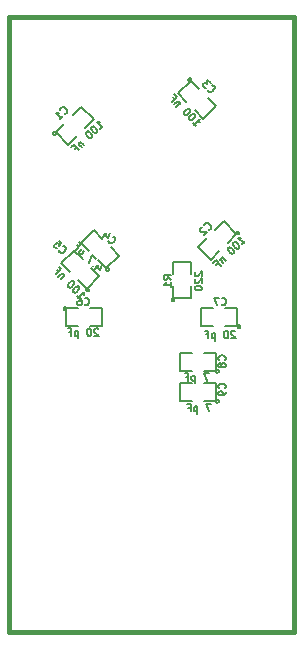
<source format=gbo>
G04 (created by PCBNEW-RS274X (2012-01-19 BZR 3256)-stable) date 2/20/2012 8:09:15 PM*
G01*
G70*
G90*
%MOIN*%
G04 Gerber Fmt 3.4, Leading zero omitted, Abs format*
%FSLAX34Y34*%
G04 APERTURE LIST*
%ADD10C,0.006000*%
%ADD11C,0.015000*%
%ADD12C,0.005000*%
G04 APERTURE END LIST*
G54D10*
G54D11*
X28250Y-42500D02*
X28250Y-22000D01*
X37750Y-42500D02*
X28250Y-42500D01*
X37750Y-22000D02*
X37750Y-42500D01*
X28250Y-22000D02*
X37750Y-22000D01*
G54D12*
X29803Y-25866D02*
X29802Y-25875D01*
X29799Y-25885D01*
X29794Y-25893D01*
X29788Y-25901D01*
X29780Y-25907D01*
X29772Y-25912D01*
X29763Y-25914D01*
X29753Y-25915D01*
X29744Y-25915D01*
X29735Y-25912D01*
X29726Y-25907D01*
X29719Y-25901D01*
X29712Y-25894D01*
X29708Y-25885D01*
X29705Y-25876D01*
X29704Y-25866D01*
X29704Y-25857D01*
X29707Y-25848D01*
X29711Y-25839D01*
X29718Y-25832D01*
X29725Y-25825D01*
X29733Y-25821D01*
X29743Y-25818D01*
X29752Y-25817D01*
X29761Y-25817D01*
X29771Y-25820D01*
X29779Y-25824D01*
X29787Y-25830D01*
X29793Y-25838D01*
X29798Y-25846D01*
X29801Y-25855D01*
X29802Y-25865D01*
X29803Y-25866D01*
X30071Y-25548D02*
X29789Y-25831D01*
X29789Y-25831D02*
X30213Y-26255D01*
X30213Y-26255D02*
X30496Y-25973D01*
X30779Y-25690D02*
X31061Y-25407D01*
X31061Y-25407D02*
X30637Y-24983D01*
X30637Y-24983D02*
X30354Y-25265D01*
X35899Y-29192D02*
X35898Y-29201D01*
X35895Y-29211D01*
X35890Y-29219D01*
X35884Y-29227D01*
X35876Y-29233D01*
X35868Y-29238D01*
X35859Y-29240D01*
X35849Y-29241D01*
X35840Y-29241D01*
X35831Y-29238D01*
X35822Y-29233D01*
X35815Y-29227D01*
X35808Y-29220D01*
X35804Y-29211D01*
X35801Y-29202D01*
X35800Y-29192D01*
X35800Y-29183D01*
X35803Y-29174D01*
X35807Y-29165D01*
X35814Y-29158D01*
X35821Y-29151D01*
X35829Y-29147D01*
X35839Y-29144D01*
X35848Y-29143D01*
X35857Y-29143D01*
X35867Y-29146D01*
X35875Y-29150D01*
X35883Y-29156D01*
X35889Y-29164D01*
X35894Y-29172D01*
X35897Y-29181D01*
X35898Y-29191D01*
X35899Y-29192D01*
X35531Y-29510D02*
X35813Y-29227D01*
X35813Y-29227D02*
X35389Y-28803D01*
X35389Y-28803D02*
X35106Y-29085D01*
X34823Y-29368D02*
X34541Y-29651D01*
X34541Y-29651D02*
X34965Y-30075D01*
X34965Y-30075D02*
X35248Y-29793D01*
X34303Y-24078D02*
X34302Y-24087D01*
X34299Y-24097D01*
X34294Y-24105D01*
X34288Y-24113D01*
X34280Y-24119D01*
X34272Y-24124D01*
X34263Y-24126D01*
X34253Y-24127D01*
X34244Y-24127D01*
X34235Y-24124D01*
X34226Y-24119D01*
X34219Y-24113D01*
X34212Y-24106D01*
X34208Y-24097D01*
X34205Y-24088D01*
X34204Y-24078D01*
X34204Y-24069D01*
X34207Y-24060D01*
X34211Y-24051D01*
X34218Y-24044D01*
X34225Y-24037D01*
X34233Y-24033D01*
X34243Y-24030D01*
X34252Y-24029D01*
X34261Y-24029D01*
X34271Y-24032D01*
X34279Y-24036D01*
X34287Y-24042D01*
X34293Y-24050D01*
X34298Y-24058D01*
X34301Y-24067D01*
X34302Y-24077D01*
X34303Y-24078D01*
X34571Y-24396D02*
X34288Y-24114D01*
X34288Y-24114D02*
X33864Y-24538D01*
X33864Y-24538D02*
X34146Y-24821D01*
X34429Y-25104D02*
X34712Y-25386D01*
X34712Y-25386D02*
X35136Y-24962D01*
X35136Y-24962D02*
X34854Y-24679D01*
X31563Y-30404D02*
X31562Y-30413D01*
X31559Y-30423D01*
X31554Y-30431D01*
X31548Y-30439D01*
X31540Y-30445D01*
X31532Y-30450D01*
X31523Y-30452D01*
X31513Y-30453D01*
X31504Y-30453D01*
X31495Y-30450D01*
X31486Y-30445D01*
X31479Y-30439D01*
X31472Y-30432D01*
X31468Y-30423D01*
X31465Y-30414D01*
X31464Y-30404D01*
X31464Y-30395D01*
X31467Y-30386D01*
X31471Y-30377D01*
X31478Y-30370D01*
X31485Y-30363D01*
X31493Y-30359D01*
X31503Y-30356D01*
X31512Y-30355D01*
X31521Y-30355D01*
X31531Y-30358D01*
X31539Y-30362D01*
X31547Y-30368D01*
X31553Y-30376D01*
X31558Y-30384D01*
X31561Y-30393D01*
X31562Y-30403D01*
X31563Y-30404D01*
X31195Y-30086D02*
X31478Y-30368D01*
X31478Y-30368D02*
X31902Y-29944D01*
X31902Y-29944D02*
X31620Y-29661D01*
X31337Y-29378D02*
X31054Y-29096D01*
X31054Y-29096D02*
X30630Y-29520D01*
X30630Y-29520D02*
X30912Y-29803D01*
X30911Y-31088D02*
X30910Y-31097D01*
X30907Y-31107D01*
X30902Y-31115D01*
X30896Y-31123D01*
X30888Y-31129D01*
X30880Y-31134D01*
X30871Y-31136D01*
X30861Y-31137D01*
X30852Y-31137D01*
X30843Y-31134D01*
X30834Y-31129D01*
X30827Y-31123D01*
X30820Y-31116D01*
X30816Y-31107D01*
X30813Y-31098D01*
X30812Y-31088D01*
X30812Y-31079D01*
X30815Y-31070D01*
X30819Y-31061D01*
X30826Y-31054D01*
X30833Y-31047D01*
X30841Y-31043D01*
X30851Y-31040D01*
X30860Y-31039D01*
X30869Y-31039D01*
X30879Y-31042D01*
X30887Y-31046D01*
X30895Y-31052D01*
X30901Y-31060D01*
X30906Y-31068D01*
X30909Y-31077D01*
X30910Y-31087D01*
X30911Y-31088D01*
X30543Y-30770D02*
X30826Y-31052D01*
X30826Y-31052D02*
X31250Y-30628D01*
X31250Y-30628D02*
X30968Y-30345D01*
X30685Y-30062D02*
X30402Y-29780D01*
X30402Y-29780D02*
X29978Y-30204D01*
X29978Y-30204D02*
X30260Y-30487D01*
X30150Y-31700D02*
X30149Y-31709D01*
X30146Y-31719D01*
X30141Y-31727D01*
X30135Y-31735D01*
X30127Y-31741D01*
X30119Y-31746D01*
X30110Y-31748D01*
X30100Y-31749D01*
X30091Y-31749D01*
X30082Y-31746D01*
X30073Y-31741D01*
X30066Y-31735D01*
X30059Y-31728D01*
X30055Y-31719D01*
X30052Y-31710D01*
X30051Y-31700D01*
X30051Y-31691D01*
X30054Y-31682D01*
X30058Y-31673D01*
X30065Y-31666D01*
X30072Y-31659D01*
X30080Y-31655D01*
X30090Y-31652D01*
X30099Y-31651D01*
X30108Y-31651D01*
X30118Y-31654D01*
X30126Y-31658D01*
X30134Y-31664D01*
X30140Y-31672D01*
X30145Y-31680D01*
X30148Y-31689D01*
X30149Y-31699D01*
X30150Y-31700D01*
X30550Y-31700D02*
X30150Y-31700D01*
X30150Y-31700D02*
X30150Y-32300D01*
X30150Y-32300D02*
X30550Y-32300D01*
X30950Y-32300D02*
X31350Y-32300D01*
X31350Y-32300D02*
X31350Y-31700D01*
X31350Y-31700D02*
X30950Y-31700D01*
X35950Y-32300D02*
X35949Y-32309D01*
X35946Y-32319D01*
X35941Y-32327D01*
X35935Y-32335D01*
X35927Y-32341D01*
X35919Y-32346D01*
X35910Y-32348D01*
X35900Y-32349D01*
X35891Y-32349D01*
X35882Y-32346D01*
X35873Y-32341D01*
X35866Y-32335D01*
X35859Y-32328D01*
X35855Y-32319D01*
X35852Y-32310D01*
X35851Y-32300D01*
X35851Y-32291D01*
X35854Y-32282D01*
X35858Y-32273D01*
X35865Y-32266D01*
X35872Y-32259D01*
X35880Y-32255D01*
X35890Y-32252D01*
X35899Y-32251D01*
X35908Y-32251D01*
X35918Y-32254D01*
X35926Y-32258D01*
X35934Y-32264D01*
X35940Y-32272D01*
X35945Y-32280D01*
X35948Y-32289D01*
X35949Y-32299D01*
X35950Y-32300D01*
X35450Y-32300D02*
X35850Y-32300D01*
X35850Y-32300D02*
X35850Y-31700D01*
X35850Y-31700D02*
X35450Y-31700D01*
X35050Y-31700D02*
X34650Y-31700D01*
X34650Y-31700D02*
X34650Y-32300D01*
X34650Y-32300D02*
X35050Y-32300D01*
X35222Y-33794D02*
X35221Y-33803D01*
X35218Y-33813D01*
X35213Y-33821D01*
X35207Y-33829D01*
X35199Y-33835D01*
X35191Y-33840D01*
X35182Y-33842D01*
X35172Y-33843D01*
X35163Y-33843D01*
X35154Y-33840D01*
X35145Y-33835D01*
X35138Y-33829D01*
X35131Y-33822D01*
X35127Y-33813D01*
X35124Y-33804D01*
X35123Y-33794D01*
X35123Y-33785D01*
X35126Y-33776D01*
X35130Y-33767D01*
X35137Y-33760D01*
X35144Y-33753D01*
X35152Y-33749D01*
X35162Y-33746D01*
X35171Y-33745D01*
X35180Y-33745D01*
X35190Y-33748D01*
X35198Y-33752D01*
X35206Y-33758D01*
X35212Y-33766D01*
X35217Y-33774D01*
X35220Y-33783D01*
X35221Y-33793D01*
X35222Y-33794D01*
X34722Y-33794D02*
X35122Y-33794D01*
X35122Y-33794D02*
X35122Y-33194D01*
X35122Y-33194D02*
X34722Y-33194D01*
X34322Y-33194D02*
X33922Y-33194D01*
X33922Y-33194D02*
X33922Y-33794D01*
X33922Y-33794D02*
X34322Y-33794D01*
X35222Y-34794D02*
X35221Y-34803D01*
X35218Y-34813D01*
X35213Y-34821D01*
X35207Y-34829D01*
X35199Y-34835D01*
X35191Y-34840D01*
X35182Y-34842D01*
X35172Y-34843D01*
X35163Y-34843D01*
X35154Y-34840D01*
X35145Y-34835D01*
X35138Y-34829D01*
X35131Y-34822D01*
X35127Y-34813D01*
X35124Y-34804D01*
X35123Y-34794D01*
X35123Y-34785D01*
X35126Y-34776D01*
X35130Y-34767D01*
X35137Y-34760D01*
X35144Y-34753D01*
X35152Y-34749D01*
X35162Y-34746D01*
X35171Y-34745D01*
X35180Y-34745D01*
X35190Y-34748D01*
X35198Y-34752D01*
X35206Y-34758D01*
X35212Y-34766D01*
X35217Y-34774D01*
X35220Y-34783D01*
X35221Y-34793D01*
X35222Y-34794D01*
X34722Y-34794D02*
X35122Y-34794D01*
X35122Y-34794D02*
X35122Y-34194D01*
X35122Y-34194D02*
X34722Y-34194D01*
X34322Y-34194D02*
X33922Y-34194D01*
X33922Y-34194D02*
X33922Y-34794D01*
X33922Y-34794D02*
X34322Y-34794D01*
X33750Y-31400D02*
X33749Y-31409D01*
X33746Y-31419D01*
X33741Y-31427D01*
X33735Y-31435D01*
X33727Y-31441D01*
X33719Y-31446D01*
X33710Y-31448D01*
X33700Y-31449D01*
X33691Y-31449D01*
X33682Y-31446D01*
X33673Y-31441D01*
X33666Y-31435D01*
X33659Y-31428D01*
X33655Y-31419D01*
X33652Y-31410D01*
X33651Y-31400D01*
X33651Y-31391D01*
X33654Y-31382D01*
X33658Y-31373D01*
X33665Y-31366D01*
X33672Y-31359D01*
X33680Y-31355D01*
X33690Y-31352D01*
X33699Y-31351D01*
X33708Y-31351D01*
X33718Y-31354D01*
X33726Y-31358D01*
X33734Y-31364D01*
X33740Y-31372D01*
X33745Y-31380D01*
X33748Y-31389D01*
X33749Y-31399D01*
X33750Y-31400D01*
X33700Y-30950D02*
X33700Y-31350D01*
X33700Y-31350D02*
X34300Y-31350D01*
X34300Y-31350D02*
X34300Y-30950D01*
X34300Y-30550D02*
X34300Y-30150D01*
X34300Y-30150D02*
X33700Y-30150D01*
X33700Y-30150D02*
X33700Y-30550D01*
X30084Y-25222D02*
X30101Y-25222D01*
X30134Y-25205D01*
X30151Y-25189D01*
X30168Y-25155D01*
X30168Y-25121D01*
X30160Y-25097D01*
X30134Y-25054D01*
X30109Y-25029D01*
X30067Y-25004D01*
X30042Y-24995D01*
X30008Y-24995D01*
X29975Y-25012D01*
X29958Y-25029D01*
X29941Y-25062D01*
X29941Y-25079D01*
X29933Y-25407D02*
X30033Y-25307D01*
X29983Y-25357D02*
X29806Y-25180D01*
X29849Y-25189D01*
X29883Y-25189D01*
X29907Y-25181D01*
X31278Y-25715D02*
X31379Y-25614D01*
X31328Y-25664D02*
X31152Y-25488D01*
X31194Y-25496D01*
X31228Y-25496D01*
X31253Y-25488D01*
X30992Y-25647D02*
X30975Y-25664D01*
X30966Y-25690D01*
X30966Y-25707D01*
X30975Y-25732D01*
X31000Y-25773D01*
X31043Y-25816D01*
X31084Y-25842D01*
X31109Y-25850D01*
X31126Y-25850D01*
X31152Y-25841D01*
X31169Y-25824D01*
X31177Y-25799D01*
X31177Y-25782D01*
X31169Y-25758D01*
X31143Y-25715D01*
X31101Y-25673D01*
X31059Y-25648D01*
X31034Y-25639D01*
X31017Y-25639D01*
X30992Y-25647D01*
X30824Y-25816D02*
X30807Y-25833D01*
X30798Y-25858D01*
X30798Y-25875D01*
X30807Y-25901D01*
X30832Y-25942D01*
X30874Y-25984D01*
X30916Y-26010D01*
X30941Y-26018D01*
X30958Y-26018D01*
X30983Y-26009D01*
X31000Y-25992D01*
X31009Y-25967D01*
X31009Y-25950D01*
X31000Y-25926D01*
X30975Y-25884D01*
X30932Y-25841D01*
X30891Y-25816D01*
X30866Y-25807D01*
X30849Y-25807D01*
X30824Y-25816D01*
X30614Y-26145D02*
X30731Y-26262D01*
X30630Y-26161D02*
X30614Y-26160D01*
X30589Y-26169D01*
X30563Y-26195D01*
X30554Y-26219D01*
X30563Y-26245D01*
X30655Y-26338D01*
X30420Y-26388D02*
X30479Y-26329D01*
X30571Y-26422D02*
X30394Y-26245D01*
X30310Y-26329D01*
X34887Y-29080D02*
X34904Y-29080D01*
X34937Y-29063D01*
X34954Y-29047D01*
X34971Y-29013D01*
X34971Y-28979D01*
X34963Y-28955D01*
X34937Y-28912D01*
X34912Y-28887D01*
X34870Y-28862D01*
X34845Y-28853D01*
X34811Y-28853D01*
X34778Y-28870D01*
X34761Y-28887D01*
X34744Y-28920D01*
X34744Y-28937D01*
X34676Y-29005D02*
X34659Y-29005D01*
X34635Y-29013D01*
X34592Y-29055D01*
X34584Y-29080D01*
X34584Y-29097D01*
X34593Y-29122D01*
X34610Y-29139D01*
X34642Y-29156D01*
X34845Y-29156D01*
X34736Y-29265D01*
X36003Y-29574D02*
X36104Y-29473D01*
X36053Y-29523D02*
X35877Y-29347D01*
X35919Y-29355D01*
X35953Y-29355D01*
X35978Y-29347D01*
X35717Y-29506D02*
X35700Y-29523D01*
X35691Y-29549D01*
X35691Y-29566D01*
X35700Y-29591D01*
X35725Y-29632D01*
X35768Y-29675D01*
X35809Y-29701D01*
X35834Y-29709D01*
X35851Y-29709D01*
X35877Y-29700D01*
X35894Y-29683D01*
X35902Y-29658D01*
X35902Y-29641D01*
X35894Y-29617D01*
X35868Y-29574D01*
X35826Y-29532D01*
X35784Y-29507D01*
X35759Y-29498D01*
X35742Y-29498D01*
X35717Y-29506D01*
X35549Y-29675D02*
X35532Y-29692D01*
X35523Y-29717D01*
X35523Y-29734D01*
X35532Y-29760D01*
X35557Y-29801D01*
X35599Y-29843D01*
X35641Y-29869D01*
X35666Y-29877D01*
X35683Y-29877D01*
X35708Y-29868D01*
X35725Y-29851D01*
X35734Y-29826D01*
X35734Y-29809D01*
X35725Y-29785D01*
X35700Y-29743D01*
X35657Y-29700D01*
X35616Y-29675D01*
X35591Y-29666D01*
X35574Y-29666D01*
X35549Y-29675D01*
X35339Y-30004D02*
X35456Y-30121D01*
X35355Y-30020D02*
X35339Y-30019D01*
X35314Y-30028D01*
X35288Y-30054D01*
X35279Y-30078D01*
X35288Y-30104D01*
X35380Y-30197D01*
X35145Y-30247D02*
X35204Y-30188D01*
X35296Y-30281D02*
X35119Y-30104D01*
X35035Y-30188D01*
X34857Y-24415D02*
X34857Y-24432D01*
X34874Y-24465D01*
X34890Y-24482D01*
X34924Y-24499D01*
X34958Y-24499D01*
X34982Y-24491D01*
X35025Y-24465D01*
X35050Y-24440D01*
X35075Y-24398D01*
X35084Y-24373D01*
X35084Y-24339D01*
X35067Y-24306D01*
X35050Y-24289D01*
X35017Y-24272D01*
X35000Y-24272D01*
X34958Y-24196D02*
X34849Y-24087D01*
X34840Y-24213D01*
X34815Y-24187D01*
X34789Y-24179D01*
X34772Y-24179D01*
X34748Y-24188D01*
X34705Y-24231D01*
X34697Y-24255D01*
X34697Y-24272D01*
X34705Y-24297D01*
X34756Y-24348D01*
X34781Y-24356D01*
X34798Y-24356D01*
X34363Y-25530D02*
X34464Y-25631D01*
X34414Y-25580D02*
X34590Y-25404D01*
X34582Y-25446D01*
X34582Y-25480D01*
X34590Y-25505D01*
X34431Y-25244D02*
X34414Y-25227D01*
X34388Y-25218D01*
X34371Y-25218D01*
X34346Y-25227D01*
X34305Y-25252D01*
X34262Y-25295D01*
X34236Y-25336D01*
X34228Y-25361D01*
X34228Y-25378D01*
X34237Y-25404D01*
X34254Y-25421D01*
X34279Y-25429D01*
X34296Y-25429D01*
X34320Y-25421D01*
X34363Y-25395D01*
X34405Y-25353D01*
X34430Y-25311D01*
X34439Y-25286D01*
X34439Y-25269D01*
X34431Y-25244D01*
X34262Y-25076D02*
X34245Y-25059D01*
X34220Y-25050D01*
X34203Y-25050D01*
X34177Y-25059D01*
X34136Y-25084D01*
X34094Y-25126D01*
X34068Y-25168D01*
X34060Y-25193D01*
X34060Y-25210D01*
X34069Y-25235D01*
X34086Y-25252D01*
X34111Y-25261D01*
X34128Y-25261D01*
X34152Y-25252D01*
X34194Y-25227D01*
X34237Y-25184D01*
X34262Y-25143D01*
X34271Y-25118D01*
X34271Y-25101D01*
X34262Y-25076D01*
X33933Y-24866D02*
X33816Y-24983D01*
X33917Y-24882D02*
X33918Y-24866D01*
X33909Y-24841D01*
X33883Y-24815D01*
X33859Y-24806D01*
X33833Y-24815D01*
X33740Y-24907D01*
X33690Y-24672D02*
X33749Y-24731D01*
X33656Y-24823D02*
X33833Y-24646D01*
X33749Y-24562D01*
X31550Y-29454D02*
X31550Y-29471D01*
X31567Y-29504D01*
X31583Y-29521D01*
X31617Y-29538D01*
X31651Y-29538D01*
X31675Y-29530D01*
X31718Y-29504D01*
X31743Y-29479D01*
X31768Y-29437D01*
X31777Y-29412D01*
X31777Y-29378D01*
X31760Y-29345D01*
X31743Y-29328D01*
X31710Y-29311D01*
X31693Y-29311D01*
X31499Y-29202D02*
X31381Y-29319D01*
X31609Y-29176D02*
X31524Y-29345D01*
X31415Y-29236D01*
X31227Y-30269D02*
X31109Y-30386D01*
X31337Y-30243D02*
X31252Y-30412D01*
X31143Y-30303D01*
X31034Y-30276D02*
X31017Y-30277D01*
X31017Y-30293D01*
X31034Y-30293D01*
X31034Y-30276D01*
X31017Y-30293D01*
X31126Y-30049D02*
X31009Y-29932D01*
X30908Y-30185D01*
X30672Y-29714D02*
X30554Y-29831D01*
X30747Y-29789D02*
X30655Y-29881D01*
X30631Y-29890D01*
X30605Y-29882D01*
X30580Y-29856D01*
X30571Y-29831D01*
X30571Y-29814D01*
X30504Y-29596D02*
X30563Y-29654D01*
X30470Y-29747D02*
X30647Y-29570D01*
X30563Y-29486D01*
X29896Y-29769D02*
X29896Y-29786D01*
X29913Y-29819D01*
X29929Y-29836D01*
X29963Y-29853D01*
X29997Y-29853D01*
X30021Y-29845D01*
X30064Y-29819D01*
X30089Y-29794D01*
X30114Y-29752D01*
X30123Y-29727D01*
X30123Y-29693D01*
X30106Y-29660D01*
X30089Y-29643D01*
X30056Y-29626D01*
X30039Y-29626D01*
X29896Y-29449D02*
X29980Y-29533D01*
X29904Y-29626D01*
X29904Y-29609D01*
X29896Y-29584D01*
X29854Y-29541D01*
X29828Y-29533D01*
X29811Y-29533D01*
X29787Y-29542D01*
X29744Y-29585D01*
X29736Y-29609D01*
X29736Y-29626D01*
X29744Y-29651D01*
X29787Y-29693D01*
X29811Y-29701D01*
X29828Y-29701D01*
X30505Y-31278D02*
X30606Y-31379D01*
X30556Y-31328D02*
X30732Y-31152D01*
X30724Y-31194D01*
X30724Y-31228D01*
X30732Y-31253D01*
X30573Y-30992D02*
X30556Y-30975D01*
X30530Y-30966D01*
X30513Y-30966D01*
X30488Y-30975D01*
X30447Y-31000D01*
X30404Y-31043D01*
X30378Y-31084D01*
X30370Y-31109D01*
X30370Y-31126D01*
X30379Y-31152D01*
X30396Y-31169D01*
X30421Y-31177D01*
X30438Y-31177D01*
X30462Y-31169D01*
X30505Y-31143D01*
X30547Y-31101D01*
X30572Y-31059D01*
X30581Y-31034D01*
X30581Y-31017D01*
X30573Y-30992D01*
X30404Y-30824D02*
X30387Y-30807D01*
X30362Y-30798D01*
X30345Y-30798D01*
X30319Y-30807D01*
X30278Y-30832D01*
X30236Y-30874D01*
X30210Y-30916D01*
X30202Y-30941D01*
X30202Y-30958D01*
X30211Y-30983D01*
X30228Y-31000D01*
X30253Y-31009D01*
X30270Y-31009D01*
X30294Y-31000D01*
X30336Y-30975D01*
X30379Y-30932D01*
X30404Y-30891D01*
X30413Y-30866D01*
X30413Y-30849D01*
X30404Y-30824D01*
X30075Y-30614D02*
X29958Y-30731D01*
X30059Y-30630D02*
X30060Y-30614D01*
X30051Y-30589D01*
X30025Y-30563D01*
X30001Y-30554D01*
X29975Y-30563D01*
X29882Y-30655D01*
X29832Y-30420D02*
X29891Y-30479D01*
X29798Y-30571D02*
X29975Y-30394D01*
X29891Y-30310D01*
X30751Y-31573D02*
X30763Y-31585D01*
X30798Y-31597D01*
X30822Y-31597D01*
X30858Y-31585D01*
X30882Y-31561D01*
X30893Y-31538D01*
X30905Y-31490D01*
X30905Y-31454D01*
X30893Y-31407D01*
X30882Y-31383D01*
X30858Y-31359D01*
X30822Y-31347D01*
X30798Y-31347D01*
X30763Y-31359D01*
X30751Y-31371D01*
X30536Y-31347D02*
X30584Y-31347D01*
X30608Y-31359D01*
X30620Y-31371D01*
X30643Y-31407D01*
X30655Y-31454D01*
X30655Y-31550D01*
X30643Y-31573D01*
X30632Y-31585D01*
X30608Y-31597D01*
X30560Y-31597D01*
X30536Y-31585D01*
X30524Y-31573D01*
X30513Y-31550D01*
X30513Y-31490D01*
X30524Y-31466D01*
X30536Y-31454D01*
X30560Y-31442D01*
X30608Y-31442D01*
X30632Y-31454D01*
X30643Y-31466D01*
X30655Y-31490D01*
X31214Y-32395D02*
X31202Y-32383D01*
X31179Y-32371D01*
X31119Y-32371D01*
X31095Y-32383D01*
X31083Y-32395D01*
X31072Y-32419D01*
X31072Y-32443D01*
X31083Y-32478D01*
X31226Y-32621D01*
X31072Y-32621D01*
X30917Y-32371D02*
X30893Y-32371D01*
X30869Y-32383D01*
X30857Y-32395D01*
X30845Y-32419D01*
X30834Y-32466D01*
X30834Y-32526D01*
X30845Y-32574D01*
X30857Y-32597D01*
X30869Y-32609D01*
X30893Y-32621D01*
X30917Y-32621D01*
X30941Y-32609D01*
X30953Y-32597D01*
X30964Y-32574D01*
X30976Y-32526D01*
X30976Y-32466D01*
X30964Y-32419D01*
X30953Y-32395D01*
X30941Y-32383D01*
X30917Y-32371D01*
X30536Y-32455D02*
X30536Y-32705D01*
X30536Y-32466D02*
X30513Y-32455D01*
X30465Y-32455D01*
X30441Y-32466D01*
X30429Y-32478D01*
X30417Y-32502D01*
X30417Y-32574D01*
X30429Y-32597D01*
X30441Y-32609D01*
X30465Y-32621D01*
X30513Y-32621D01*
X30536Y-32609D01*
X30227Y-32490D02*
X30310Y-32490D01*
X30310Y-32621D02*
X30310Y-32371D01*
X30191Y-32371D01*
X35318Y-31573D02*
X35330Y-31585D01*
X35365Y-31597D01*
X35389Y-31597D01*
X35425Y-31585D01*
X35449Y-31561D01*
X35460Y-31538D01*
X35472Y-31490D01*
X35472Y-31454D01*
X35460Y-31407D01*
X35449Y-31383D01*
X35425Y-31359D01*
X35389Y-31347D01*
X35365Y-31347D01*
X35330Y-31359D01*
X35318Y-31371D01*
X35234Y-31347D02*
X35068Y-31347D01*
X35175Y-31597D01*
X35781Y-32473D02*
X35769Y-32461D01*
X35746Y-32449D01*
X35686Y-32449D01*
X35662Y-32461D01*
X35650Y-32473D01*
X35639Y-32497D01*
X35639Y-32521D01*
X35650Y-32556D01*
X35793Y-32699D01*
X35639Y-32699D01*
X35484Y-32449D02*
X35460Y-32449D01*
X35436Y-32461D01*
X35424Y-32473D01*
X35412Y-32497D01*
X35401Y-32544D01*
X35401Y-32604D01*
X35412Y-32652D01*
X35424Y-32675D01*
X35436Y-32687D01*
X35460Y-32699D01*
X35484Y-32699D01*
X35508Y-32687D01*
X35520Y-32675D01*
X35531Y-32652D01*
X35543Y-32604D01*
X35543Y-32544D01*
X35531Y-32497D01*
X35520Y-32473D01*
X35508Y-32461D01*
X35484Y-32449D01*
X35103Y-32533D02*
X35103Y-32783D01*
X35103Y-32544D02*
X35080Y-32533D01*
X35032Y-32533D01*
X35008Y-32544D01*
X34996Y-32556D01*
X34984Y-32580D01*
X34984Y-32652D01*
X34996Y-32675D01*
X35008Y-32687D01*
X35032Y-32699D01*
X35080Y-32699D01*
X35103Y-32687D01*
X34794Y-32568D02*
X34877Y-32568D01*
X34877Y-32699D02*
X34877Y-32449D01*
X34758Y-32449D01*
X35431Y-33423D02*
X35443Y-33411D01*
X35455Y-33376D01*
X35455Y-33352D01*
X35443Y-33316D01*
X35419Y-33292D01*
X35396Y-33281D01*
X35348Y-33269D01*
X35312Y-33269D01*
X35265Y-33281D01*
X35241Y-33292D01*
X35217Y-33316D01*
X35205Y-33352D01*
X35205Y-33376D01*
X35217Y-33411D01*
X35229Y-33423D01*
X35312Y-33566D02*
X35300Y-33542D01*
X35289Y-33531D01*
X35265Y-33519D01*
X35253Y-33519D01*
X35229Y-33531D01*
X35217Y-33542D01*
X35205Y-33566D01*
X35205Y-33614D01*
X35217Y-33638D01*
X35229Y-33650D01*
X35253Y-33661D01*
X35265Y-33661D01*
X35289Y-33650D01*
X35300Y-33638D01*
X35312Y-33614D01*
X35312Y-33566D01*
X35324Y-33542D01*
X35336Y-33531D01*
X35360Y-33519D01*
X35408Y-33519D01*
X35431Y-33531D01*
X35443Y-33542D01*
X35455Y-33566D01*
X35455Y-33614D01*
X35443Y-33638D01*
X35431Y-33650D01*
X35408Y-33661D01*
X35360Y-33661D01*
X35336Y-33650D01*
X35324Y-33638D01*
X35312Y-33614D01*
X34886Y-33867D02*
X34720Y-33867D01*
X34827Y-34117D01*
X34434Y-33951D02*
X34434Y-34201D01*
X34434Y-33962D02*
X34411Y-33951D01*
X34363Y-33951D01*
X34339Y-33962D01*
X34327Y-33974D01*
X34315Y-33998D01*
X34315Y-34070D01*
X34327Y-34093D01*
X34339Y-34105D01*
X34363Y-34117D01*
X34411Y-34117D01*
X34434Y-34105D01*
X34125Y-33986D02*
X34208Y-33986D01*
X34208Y-34117D02*
X34208Y-33867D01*
X34089Y-33867D01*
X35431Y-34367D02*
X35443Y-34355D01*
X35455Y-34320D01*
X35455Y-34296D01*
X35443Y-34260D01*
X35419Y-34236D01*
X35396Y-34225D01*
X35348Y-34213D01*
X35312Y-34213D01*
X35265Y-34225D01*
X35241Y-34236D01*
X35217Y-34260D01*
X35205Y-34296D01*
X35205Y-34320D01*
X35217Y-34355D01*
X35229Y-34367D01*
X35455Y-34486D02*
X35455Y-34534D01*
X35443Y-34558D01*
X35431Y-34570D01*
X35396Y-34594D01*
X35348Y-34605D01*
X35253Y-34605D01*
X35229Y-34594D01*
X35217Y-34582D01*
X35205Y-34558D01*
X35205Y-34510D01*
X35217Y-34486D01*
X35229Y-34475D01*
X35253Y-34463D01*
X35312Y-34463D01*
X35336Y-34475D01*
X35348Y-34486D01*
X35360Y-34510D01*
X35360Y-34558D01*
X35348Y-34582D01*
X35336Y-34594D01*
X35312Y-34605D01*
X34965Y-34890D02*
X34799Y-34890D01*
X34906Y-35140D01*
X34513Y-34974D02*
X34513Y-35224D01*
X34513Y-34985D02*
X34490Y-34974D01*
X34442Y-34974D01*
X34418Y-34985D01*
X34406Y-34997D01*
X34394Y-35021D01*
X34394Y-35093D01*
X34406Y-35116D01*
X34418Y-35128D01*
X34442Y-35140D01*
X34490Y-35140D01*
X34513Y-35128D01*
X34204Y-35009D02*
X34287Y-35009D01*
X34287Y-35140D02*
X34287Y-34890D01*
X34168Y-34890D01*
X33644Y-30745D02*
X33525Y-30662D01*
X33644Y-30603D02*
X33394Y-30603D01*
X33394Y-30698D01*
X33406Y-30722D01*
X33418Y-30733D01*
X33442Y-30745D01*
X33478Y-30745D01*
X33501Y-30733D01*
X33513Y-30722D01*
X33525Y-30698D01*
X33525Y-30603D01*
X33644Y-30983D02*
X33644Y-30841D01*
X33644Y-30912D02*
X33394Y-30912D01*
X33430Y-30888D01*
X33454Y-30864D01*
X33466Y-30841D01*
X34442Y-30478D02*
X34430Y-30490D01*
X34418Y-30513D01*
X34418Y-30573D01*
X34430Y-30597D01*
X34442Y-30609D01*
X34466Y-30620D01*
X34490Y-30620D01*
X34525Y-30609D01*
X34668Y-30466D01*
X34668Y-30620D01*
X34442Y-30716D02*
X34430Y-30728D01*
X34418Y-30751D01*
X34418Y-30811D01*
X34430Y-30835D01*
X34442Y-30847D01*
X34466Y-30858D01*
X34490Y-30858D01*
X34525Y-30847D01*
X34668Y-30704D01*
X34668Y-30858D01*
X34418Y-31013D02*
X34418Y-31037D01*
X34430Y-31061D01*
X34442Y-31073D01*
X34466Y-31085D01*
X34513Y-31096D01*
X34573Y-31096D01*
X34621Y-31085D01*
X34644Y-31073D01*
X34656Y-31061D01*
X34668Y-31037D01*
X34668Y-31013D01*
X34656Y-30989D01*
X34644Y-30977D01*
X34621Y-30966D01*
X34573Y-30954D01*
X34513Y-30954D01*
X34466Y-30966D01*
X34442Y-30977D01*
X34430Y-30989D01*
X34418Y-31013D01*
M02*

</source>
